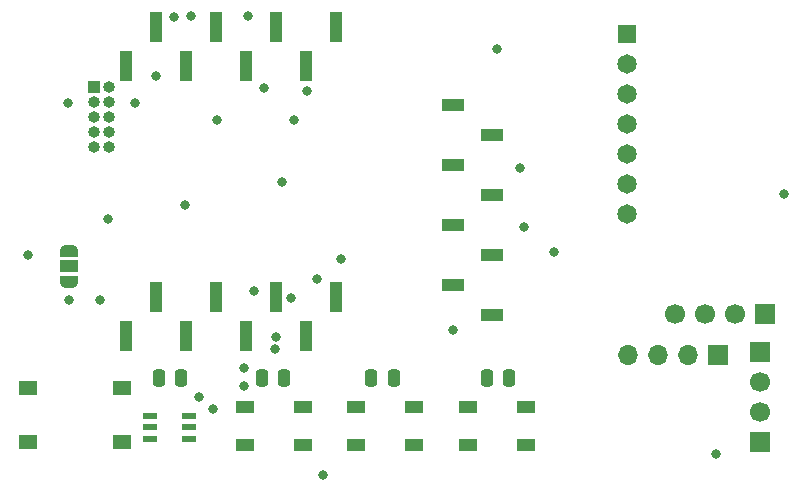
<source format=gts>
%TF.GenerationSoftware,KiCad,Pcbnew,7.0.1*%
%TF.CreationDate,2023-03-22T16:32:41+01:00*%
%TF.ProjectId,iaq_device,6961715f-6465-4766-9963-652e6b696361,rev?*%
%TF.SameCoordinates,Original*%
%TF.FileFunction,Soldermask,Top*%
%TF.FilePolarity,Negative*%
%FSLAX46Y46*%
G04 Gerber Fmt 4.6, Leading zero omitted, Abs format (unit mm)*
G04 Created by KiCad (PCBNEW 7.0.1) date 2023-03-22 16:32:41*
%MOMM*%
%LPD*%
G01*
G04 APERTURE LIST*
G04 Aperture macros list*
%AMRoundRect*
0 Rectangle with rounded corners*
0 $1 Rounding radius*
0 $2 $3 $4 $5 $6 $7 $8 $9 X,Y pos of 4 corners*
0 Add a 4 corners polygon primitive as box body*
4,1,4,$2,$3,$4,$5,$6,$7,$8,$9,$2,$3,0*
0 Add four circle primitives for the rounded corners*
1,1,$1+$1,$2,$3*
1,1,$1+$1,$4,$5*
1,1,$1+$1,$6,$7*
1,1,$1+$1,$8,$9*
0 Add four rect primitives between the rounded corners*
20,1,$1+$1,$2,$3,$4,$5,0*
20,1,$1+$1,$4,$5,$6,$7,0*
20,1,$1+$1,$6,$7,$8,$9,0*
20,1,$1+$1,$8,$9,$2,$3,0*%
%AMFreePoly0*
4,1,19,0.550000,-0.750000,0.000000,-0.750000,0.000000,-0.744911,-0.071157,-0.744911,-0.207708,-0.704816,-0.327430,-0.627875,-0.420627,-0.520320,-0.479746,-0.390866,-0.500000,-0.250000,-0.500000,0.250000,-0.479746,0.390866,-0.420627,0.520320,-0.327430,0.627875,-0.207708,0.704816,-0.071157,0.744911,0.000000,0.744911,0.000000,0.750000,0.550000,0.750000,0.550000,-0.750000,0.550000,-0.750000,
$1*%
%AMFreePoly1*
4,1,19,0.000000,0.744911,0.071157,0.744911,0.207708,0.704816,0.327430,0.627875,0.420627,0.520320,0.479746,0.390866,0.500000,0.250000,0.500000,-0.250000,0.479746,-0.390866,0.420627,-0.520320,0.327430,-0.627875,0.207708,-0.704816,0.071157,-0.744911,0.000000,-0.744911,0.000000,-0.750000,-0.550000,-0.750000,-0.550000,0.750000,0.000000,0.750000,0.000000,0.744911,0.000000,0.744911,
$1*%
G04 Aperture macros list end*
%ADD10R,1.000000X2.510000*%
%ADD11R,1.000000X1.000000*%
%ADD12O,1.000000X1.000000*%
%ADD13RoundRect,0.250000X-0.250000X-0.475000X0.250000X-0.475000X0.250000X0.475000X-0.250000X0.475000X0*%
%ADD14FreePoly0,90.000000*%
%ADD15R,1.500000X1.000000*%
%ADD16FreePoly1,90.000000*%
%ADD17R,1.200000X0.600000*%
%ADD18R,1.550000X1.300000*%
%ADD19R,1.900000X1.000000*%
%ADD20R,1.700000X1.700000*%
%ADD21C,1.700000*%
%ADD22O,1.700000X1.700000*%
%ADD23R,1.650000X1.650000*%
%ADD24C,1.650000*%
%ADD25C,0.800000*%
G04 APERTURE END LIST*
D10*
X126619000Y-77090000D03*
X124079000Y-80390000D03*
X121539000Y-77090000D03*
X118999000Y-80390000D03*
X116459000Y-77090000D03*
X113919000Y-80390000D03*
X111379000Y-77090000D03*
X108839000Y-80390000D03*
X108839000Y-103250000D03*
X111379000Y-99950000D03*
X113919000Y-103250000D03*
X116459000Y-99950000D03*
X118999000Y-103250000D03*
X121539000Y-99950000D03*
X124079000Y-103250000D03*
X126619000Y-99950000D03*
D11*
X106070000Y-82210000D03*
D12*
X107340000Y-82210000D03*
X106070000Y-83480000D03*
X107340000Y-83480000D03*
X106070000Y-84750000D03*
X107340000Y-84750000D03*
X106070000Y-86020000D03*
X107340000Y-86020000D03*
X106070000Y-87290000D03*
X107340000Y-87290000D03*
D13*
X111591000Y-106836000D03*
X113491000Y-106836000D03*
D14*
X104013000Y-98679000D03*
D15*
X104013000Y-97379000D03*
D16*
X104013000Y-96079000D03*
D17*
X110872000Y-110064000D03*
X110872000Y-111014000D03*
X110872000Y-111964000D03*
X114172000Y-111964000D03*
X114172000Y-111014000D03*
X114172000Y-110064000D03*
D15*
X118862000Y-109300000D03*
X118862000Y-112500000D03*
X123762000Y-112500000D03*
X123762000Y-109300000D03*
X128252000Y-109300000D03*
X128252000Y-112500000D03*
X133152000Y-112500000D03*
X133152000Y-109300000D03*
X137750000Y-109300000D03*
X137750000Y-112500000D03*
X142650000Y-112500000D03*
X142650000Y-109300000D03*
D13*
X120283500Y-106836000D03*
X122183500Y-106836000D03*
X129576500Y-106836000D03*
X131476500Y-106836000D03*
X139328500Y-106836000D03*
X141228500Y-106836000D03*
D18*
X100535000Y-107700000D03*
X108485000Y-107700000D03*
X100535000Y-112200000D03*
X108485000Y-112200000D03*
D19*
X136462500Y-83693000D03*
X139762500Y-86233000D03*
X136462500Y-88773000D03*
X139762500Y-91313000D03*
X136462500Y-93853000D03*
X139762500Y-96393000D03*
X136462500Y-98933000D03*
X139762500Y-101473000D03*
D20*
X162940000Y-101400000D03*
D21*
X160400000Y-101400000D03*
X157860000Y-101400000D03*
X155320000Y-101400000D03*
D20*
X158950000Y-104882000D03*
D22*
X156410000Y-104882000D03*
X153870000Y-104882000D03*
X151330000Y-104882000D03*
D20*
X162510000Y-112260000D03*
D21*
X162510000Y-109720000D03*
X162510000Y-107180000D03*
D20*
X162510000Y-104640000D03*
D23*
X151230000Y-77672500D03*
D24*
X151230000Y-80212500D03*
X151230000Y-82752500D03*
X151230000Y-85292500D03*
X151230000Y-87832500D03*
X151230000Y-90372500D03*
X151230000Y-92912500D03*
D25*
X124090000Y-82530000D03*
X111370000Y-81230000D03*
X119670000Y-99480000D03*
X121540000Y-103370000D03*
X121440000Y-104360000D03*
X136450000Y-102770000D03*
X100500000Y-96390000D03*
X112900000Y-76250000D03*
X122762273Y-100082273D03*
X140250000Y-79000000D03*
X114300000Y-76200000D03*
X120500000Y-82250000D03*
X145034000Y-96139000D03*
X125500000Y-115000000D03*
X107315000Y-93345000D03*
X116500000Y-85000000D03*
X158750000Y-113250000D03*
X123000000Y-85000000D03*
X113792000Y-92202000D03*
X124968000Y-98425000D03*
X164500000Y-91250000D03*
X103886000Y-83566000D03*
X122000000Y-90250000D03*
X119126000Y-76200000D03*
X104013000Y-100203000D03*
X106631500Y-100251500D03*
X109601000Y-83566000D03*
X142120000Y-89040000D03*
X115010000Y-108410000D03*
X116130000Y-109430000D03*
X142500000Y-94000000D03*
X118764000Y-107471000D03*
X118764000Y-105947000D03*
X127000000Y-96750000D03*
M02*

</source>
